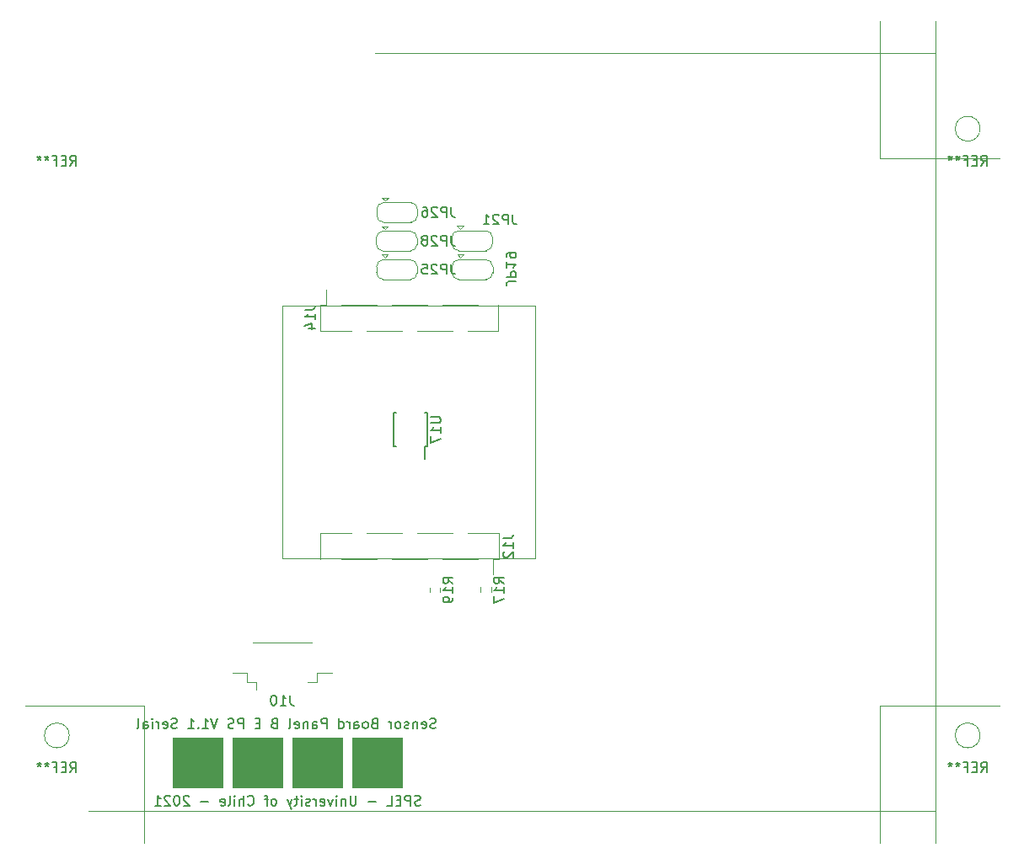
<source format=gbr>
G04 #@! TF.GenerationSoftware,KiCad,Pcbnew,(5.1.2)-2*
G04 #@! TF.CreationDate,2021-12-15T08:56:33-03:00*
G04 #@! TF.ProjectId,MAG_Plus,4d41475f-506c-4757-932e-6b696361645f,rev?*
G04 #@! TF.SameCoordinates,Original*
G04 #@! TF.FileFunction,Legend,Bot*
G04 #@! TF.FilePolarity,Positive*
%FSLAX46Y46*%
G04 Gerber Fmt 4.6, Leading zero omitted, Abs format (unit mm)*
G04 Created by KiCad (PCBNEW (5.1.2)-2) date 2021-12-15 08:56:33*
%MOMM*%
%LPD*%
G04 APERTURE LIST*
%ADD10C,0.100000*%
%ADD11C,0.150000*%
%ADD12C,0.120000*%
G04 APERTURE END LIST*
D10*
G36*
X37900000Y-89050000D02*
G01*
X32900000Y-89050000D01*
X32900000Y-84050000D01*
X37900000Y-84050000D01*
X37900000Y-89050000D01*
G37*
X37900000Y-89050000D02*
X32900000Y-89050000D01*
X32900000Y-84050000D01*
X37900000Y-84050000D01*
X37900000Y-89050000D01*
G36*
X43900000Y-89050000D02*
G01*
X38900000Y-89050000D01*
X38900000Y-84050000D01*
X43900000Y-84050000D01*
X43900000Y-89050000D01*
G37*
X43900000Y-89050000D02*
X38900000Y-89050000D01*
X38900000Y-84050000D01*
X43900000Y-84050000D01*
X43900000Y-89050000D01*
G36*
X31900000Y-89050000D02*
G01*
X26900000Y-89050000D01*
X26900000Y-84050000D01*
X31900000Y-84050000D01*
X31900000Y-89050000D01*
G37*
X31900000Y-89050000D02*
X26900000Y-89050000D01*
X26900000Y-84050000D01*
X31900000Y-84050000D01*
X31900000Y-89050000D01*
G36*
X49900000Y-89050000D02*
G01*
X44900000Y-89050000D01*
X44900000Y-84050000D01*
X49900000Y-84050000D01*
X49900000Y-89050000D01*
G37*
X49900000Y-89050000D02*
X44900000Y-89050000D01*
X44900000Y-84050000D01*
X49900000Y-84050000D01*
X49900000Y-89050000D01*
D11*
X51783333Y-90804761D02*
X51640476Y-90852380D01*
X51402380Y-90852380D01*
X51307142Y-90804761D01*
X51259523Y-90757142D01*
X51211904Y-90661904D01*
X51211904Y-90566666D01*
X51259523Y-90471428D01*
X51307142Y-90423809D01*
X51402380Y-90376190D01*
X51592857Y-90328571D01*
X51688095Y-90280952D01*
X51735714Y-90233333D01*
X51783333Y-90138095D01*
X51783333Y-90042857D01*
X51735714Y-89947619D01*
X51688095Y-89900000D01*
X51592857Y-89852380D01*
X51354761Y-89852380D01*
X51211904Y-89900000D01*
X50783333Y-90852380D02*
X50783333Y-89852380D01*
X50402380Y-89852380D01*
X50307142Y-89900000D01*
X50259523Y-89947619D01*
X50211904Y-90042857D01*
X50211904Y-90185714D01*
X50259523Y-90280952D01*
X50307142Y-90328571D01*
X50402380Y-90376190D01*
X50783333Y-90376190D01*
X49783333Y-90328571D02*
X49450000Y-90328571D01*
X49307142Y-90852380D02*
X49783333Y-90852380D01*
X49783333Y-89852380D01*
X49307142Y-89852380D01*
X48402380Y-90852380D02*
X48878571Y-90852380D01*
X48878571Y-89852380D01*
X47307142Y-90471428D02*
X46545238Y-90471428D01*
X45307142Y-89852380D02*
X45307142Y-90661904D01*
X45259523Y-90757142D01*
X45211904Y-90804761D01*
X45116666Y-90852380D01*
X44926190Y-90852380D01*
X44830952Y-90804761D01*
X44783333Y-90757142D01*
X44735714Y-90661904D01*
X44735714Y-89852380D01*
X44259523Y-90185714D02*
X44259523Y-90852380D01*
X44259523Y-90280952D02*
X44211904Y-90233333D01*
X44116666Y-90185714D01*
X43973809Y-90185714D01*
X43878571Y-90233333D01*
X43830952Y-90328571D01*
X43830952Y-90852380D01*
X43354761Y-90852380D02*
X43354761Y-90185714D01*
X43354761Y-89852380D02*
X43402380Y-89900000D01*
X43354761Y-89947619D01*
X43307142Y-89900000D01*
X43354761Y-89852380D01*
X43354761Y-89947619D01*
X42973809Y-90185714D02*
X42735714Y-90852380D01*
X42497619Y-90185714D01*
X41735714Y-90804761D02*
X41830952Y-90852380D01*
X42021428Y-90852380D01*
X42116666Y-90804761D01*
X42164285Y-90709523D01*
X42164285Y-90328571D01*
X42116666Y-90233333D01*
X42021428Y-90185714D01*
X41830952Y-90185714D01*
X41735714Y-90233333D01*
X41688095Y-90328571D01*
X41688095Y-90423809D01*
X42164285Y-90519047D01*
X41259523Y-90852380D02*
X41259523Y-90185714D01*
X41259523Y-90376190D02*
X41211904Y-90280952D01*
X41164285Y-90233333D01*
X41069047Y-90185714D01*
X40973809Y-90185714D01*
X40688095Y-90804761D02*
X40592857Y-90852380D01*
X40402380Y-90852380D01*
X40307142Y-90804761D01*
X40259523Y-90709523D01*
X40259523Y-90661904D01*
X40307142Y-90566666D01*
X40402380Y-90519047D01*
X40545238Y-90519047D01*
X40640476Y-90471428D01*
X40688095Y-90376190D01*
X40688095Y-90328571D01*
X40640476Y-90233333D01*
X40545238Y-90185714D01*
X40402380Y-90185714D01*
X40307142Y-90233333D01*
X39830952Y-90852380D02*
X39830952Y-90185714D01*
X39830952Y-89852380D02*
X39878571Y-89900000D01*
X39830952Y-89947619D01*
X39783333Y-89900000D01*
X39830952Y-89852380D01*
X39830952Y-89947619D01*
X39497619Y-90185714D02*
X39116666Y-90185714D01*
X39354761Y-89852380D02*
X39354761Y-90709523D01*
X39307142Y-90804761D01*
X39211904Y-90852380D01*
X39116666Y-90852380D01*
X38878571Y-90185714D02*
X38640476Y-90852380D01*
X38402380Y-90185714D02*
X38640476Y-90852380D01*
X38735714Y-91090476D01*
X38783333Y-91138095D01*
X38878571Y-91185714D01*
X37116666Y-90852380D02*
X37211904Y-90804761D01*
X37259523Y-90757142D01*
X37307142Y-90661904D01*
X37307142Y-90376190D01*
X37259523Y-90280952D01*
X37211904Y-90233333D01*
X37116666Y-90185714D01*
X36973809Y-90185714D01*
X36878571Y-90233333D01*
X36830952Y-90280952D01*
X36783333Y-90376190D01*
X36783333Y-90661904D01*
X36830952Y-90757142D01*
X36878571Y-90804761D01*
X36973809Y-90852380D01*
X37116666Y-90852380D01*
X36497619Y-90185714D02*
X36116666Y-90185714D01*
X36354761Y-90852380D02*
X36354761Y-89995238D01*
X36307142Y-89900000D01*
X36211904Y-89852380D01*
X36116666Y-89852380D01*
X34450000Y-90757142D02*
X34497619Y-90804761D01*
X34640476Y-90852380D01*
X34735714Y-90852380D01*
X34878571Y-90804761D01*
X34973809Y-90709523D01*
X35021428Y-90614285D01*
X35069047Y-90423809D01*
X35069047Y-90280952D01*
X35021428Y-90090476D01*
X34973809Y-89995238D01*
X34878571Y-89900000D01*
X34735714Y-89852380D01*
X34640476Y-89852380D01*
X34497619Y-89900000D01*
X34450000Y-89947619D01*
X34021428Y-90852380D02*
X34021428Y-89852380D01*
X33592857Y-90852380D02*
X33592857Y-90328571D01*
X33640476Y-90233333D01*
X33735714Y-90185714D01*
X33878571Y-90185714D01*
X33973809Y-90233333D01*
X34021428Y-90280952D01*
X33116666Y-90852380D02*
X33116666Y-90185714D01*
X33116666Y-89852380D02*
X33164285Y-89900000D01*
X33116666Y-89947619D01*
X33069047Y-89900000D01*
X33116666Y-89852380D01*
X33116666Y-89947619D01*
X32497619Y-90852380D02*
X32592857Y-90804761D01*
X32640476Y-90709523D01*
X32640476Y-89852380D01*
X31735714Y-90804761D02*
X31830952Y-90852380D01*
X32021428Y-90852380D01*
X32116666Y-90804761D01*
X32164285Y-90709523D01*
X32164285Y-90328571D01*
X32116666Y-90233333D01*
X32021428Y-90185714D01*
X31830952Y-90185714D01*
X31735714Y-90233333D01*
X31688095Y-90328571D01*
X31688095Y-90423809D01*
X32164285Y-90519047D01*
X30497619Y-90471428D02*
X29735714Y-90471428D01*
X28545238Y-89947619D02*
X28497619Y-89900000D01*
X28402380Y-89852380D01*
X28164285Y-89852380D01*
X28069047Y-89900000D01*
X28021428Y-89947619D01*
X27973809Y-90042857D01*
X27973809Y-90138095D01*
X28021428Y-90280952D01*
X28592857Y-90852380D01*
X27973809Y-90852380D01*
X27354761Y-89852380D02*
X27259523Y-89852380D01*
X27164285Y-89900000D01*
X27116666Y-89947619D01*
X27069047Y-90042857D01*
X27021428Y-90233333D01*
X27021428Y-90471428D01*
X27069047Y-90661904D01*
X27116666Y-90757142D01*
X27164285Y-90804761D01*
X27259523Y-90852380D01*
X27354761Y-90852380D01*
X27450000Y-90804761D01*
X27497619Y-90757142D01*
X27545238Y-90661904D01*
X27592857Y-90471428D01*
X27592857Y-90233333D01*
X27545238Y-90042857D01*
X27497619Y-89947619D01*
X27450000Y-89900000D01*
X27354761Y-89852380D01*
X26640476Y-89947619D02*
X26592857Y-89900000D01*
X26497619Y-89852380D01*
X26259523Y-89852380D01*
X26164285Y-89900000D01*
X26116666Y-89947619D01*
X26069047Y-90042857D01*
X26069047Y-90138095D01*
X26116666Y-90280952D01*
X26688095Y-90852380D01*
X26069047Y-90852380D01*
X25116666Y-90852380D02*
X25688095Y-90852380D01*
X25402380Y-90852380D02*
X25402380Y-89852380D01*
X25497619Y-89995238D01*
X25592857Y-90090476D01*
X25688095Y-90138095D01*
X53326190Y-83054761D02*
X53183333Y-83102380D01*
X52945238Y-83102380D01*
X52850000Y-83054761D01*
X52802380Y-83007142D01*
X52754761Y-82911904D01*
X52754761Y-82816666D01*
X52802380Y-82721428D01*
X52850000Y-82673809D01*
X52945238Y-82626190D01*
X53135714Y-82578571D01*
X53230952Y-82530952D01*
X53278571Y-82483333D01*
X53326190Y-82388095D01*
X53326190Y-82292857D01*
X53278571Y-82197619D01*
X53230952Y-82150000D01*
X53135714Y-82102380D01*
X52897619Y-82102380D01*
X52754761Y-82150000D01*
X51945238Y-83054761D02*
X52040476Y-83102380D01*
X52230952Y-83102380D01*
X52326190Y-83054761D01*
X52373809Y-82959523D01*
X52373809Y-82578571D01*
X52326190Y-82483333D01*
X52230952Y-82435714D01*
X52040476Y-82435714D01*
X51945238Y-82483333D01*
X51897619Y-82578571D01*
X51897619Y-82673809D01*
X52373809Y-82769047D01*
X51469047Y-82435714D02*
X51469047Y-83102380D01*
X51469047Y-82530952D02*
X51421428Y-82483333D01*
X51326190Y-82435714D01*
X51183333Y-82435714D01*
X51088095Y-82483333D01*
X51040476Y-82578571D01*
X51040476Y-83102380D01*
X50611904Y-83054761D02*
X50516666Y-83102380D01*
X50326190Y-83102380D01*
X50230952Y-83054761D01*
X50183333Y-82959523D01*
X50183333Y-82911904D01*
X50230952Y-82816666D01*
X50326190Y-82769047D01*
X50469047Y-82769047D01*
X50564285Y-82721428D01*
X50611904Y-82626190D01*
X50611904Y-82578571D01*
X50564285Y-82483333D01*
X50469047Y-82435714D01*
X50326190Y-82435714D01*
X50230952Y-82483333D01*
X49611904Y-83102380D02*
X49707142Y-83054761D01*
X49754761Y-83007142D01*
X49802380Y-82911904D01*
X49802380Y-82626190D01*
X49754761Y-82530952D01*
X49707142Y-82483333D01*
X49611904Y-82435714D01*
X49469047Y-82435714D01*
X49373809Y-82483333D01*
X49326190Y-82530952D01*
X49278571Y-82626190D01*
X49278571Y-82911904D01*
X49326190Y-83007142D01*
X49373809Y-83054761D01*
X49469047Y-83102380D01*
X49611904Y-83102380D01*
X48850000Y-83102380D02*
X48850000Y-82435714D01*
X48850000Y-82626190D02*
X48802380Y-82530952D01*
X48754761Y-82483333D01*
X48659523Y-82435714D01*
X48564285Y-82435714D01*
X47135714Y-82578571D02*
X46992857Y-82626190D01*
X46945238Y-82673809D01*
X46897619Y-82769047D01*
X46897619Y-82911904D01*
X46945238Y-83007142D01*
X46992857Y-83054761D01*
X47088095Y-83102380D01*
X47469047Y-83102380D01*
X47469047Y-82102380D01*
X47135714Y-82102380D01*
X47040476Y-82150000D01*
X46992857Y-82197619D01*
X46945238Y-82292857D01*
X46945238Y-82388095D01*
X46992857Y-82483333D01*
X47040476Y-82530952D01*
X47135714Y-82578571D01*
X47469047Y-82578571D01*
X46326190Y-83102380D02*
X46421428Y-83054761D01*
X46469047Y-83007142D01*
X46516666Y-82911904D01*
X46516666Y-82626190D01*
X46469047Y-82530952D01*
X46421428Y-82483333D01*
X46326190Y-82435714D01*
X46183333Y-82435714D01*
X46088095Y-82483333D01*
X46040476Y-82530952D01*
X45992857Y-82626190D01*
X45992857Y-82911904D01*
X46040476Y-83007142D01*
X46088095Y-83054761D01*
X46183333Y-83102380D01*
X46326190Y-83102380D01*
X45135714Y-83102380D02*
X45135714Y-82578571D01*
X45183333Y-82483333D01*
X45278571Y-82435714D01*
X45469047Y-82435714D01*
X45564285Y-82483333D01*
X45135714Y-83054761D02*
X45230952Y-83102380D01*
X45469047Y-83102380D01*
X45564285Y-83054761D01*
X45611904Y-82959523D01*
X45611904Y-82864285D01*
X45564285Y-82769047D01*
X45469047Y-82721428D01*
X45230952Y-82721428D01*
X45135714Y-82673809D01*
X44659523Y-83102380D02*
X44659523Y-82435714D01*
X44659523Y-82626190D02*
X44611904Y-82530952D01*
X44564285Y-82483333D01*
X44469047Y-82435714D01*
X44373809Y-82435714D01*
X43611904Y-83102380D02*
X43611904Y-82102380D01*
X43611904Y-83054761D02*
X43707142Y-83102380D01*
X43897619Y-83102380D01*
X43992857Y-83054761D01*
X44040476Y-83007142D01*
X44088095Y-82911904D01*
X44088095Y-82626190D01*
X44040476Y-82530952D01*
X43992857Y-82483333D01*
X43897619Y-82435714D01*
X43707142Y-82435714D01*
X43611904Y-82483333D01*
X42373809Y-83102380D02*
X42373809Y-82102380D01*
X41992857Y-82102380D01*
X41897619Y-82150000D01*
X41850000Y-82197619D01*
X41802380Y-82292857D01*
X41802380Y-82435714D01*
X41850000Y-82530952D01*
X41897619Y-82578571D01*
X41992857Y-82626190D01*
X42373809Y-82626190D01*
X40945238Y-83102380D02*
X40945238Y-82578571D01*
X40992857Y-82483333D01*
X41088095Y-82435714D01*
X41278571Y-82435714D01*
X41373809Y-82483333D01*
X40945238Y-83054761D02*
X41040476Y-83102380D01*
X41278571Y-83102380D01*
X41373809Y-83054761D01*
X41421428Y-82959523D01*
X41421428Y-82864285D01*
X41373809Y-82769047D01*
X41278571Y-82721428D01*
X41040476Y-82721428D01*
X40945238Y-82673809D01*
X40469047Y-82435714D02*
X40469047Y-83102380D01*
X40469047Y-82530952D02*
X40421428Y-82483333D01*
X40326190Y-82435714D01*
X40183333Y-82435714D01*
X40088095Y-82483333D01*
X40040476Y-82578571D01*
X40040476Y-83102380D01*
X39183333Y-83054761D02*
X39278571Y-83102380D01*
X39469047Y-83102380D01*
X39564285Y-83054761D01*
X39611904Y-82959523D01*
X39611904Y-82578571D01*
X39564285Y-82483333D01*
X39469047Y-82435714D01*
X39278571Y-82435714D01*
X39183333Y-82483333D01*
X39135714Y-82578571D01*
X39135714Y-82673809D01*
X39611904Y-82769047D01*
X38564285Y-83102380D02*
X38659523Y-83054761D01*
X38707142Y-82959523D01*
X38707142Y-82102380D01*
X37088095Y-82578571D02*
X36945238Y-82626190D01*
X36897619Y-82673809D01*
X36850000Y-82769047D01*
X36850000Y-82911904D01*
X36897619Y-83007142D01*
X36945238Y-83054761D01*
X37040476Y-83102380D01*
X37421428Y-83102380D01*
X37421428Y-82102380D01*
X37088095Y-82102380D01*
X36992857Y-82150000D01*
X36945238Y-82197619D01*
X36897619Y-82292857D01*
X36897619Y-82388095D01*
X36945238Y-82483333D01*
X36992857Y-82530952D01*
X37088095Y-82578571D01*
X37421428Y-82578571D01*
X35659523Y-82578571D02*
X35326190Y-82578571D01*
X35183333Y-83102380D02*
X35659523Y-83102380D01*
X35659523Y-82102380D01*
X35183333Y-82102380D01*
X33992857Y-83102380D02*
X33992857Y-82102380D01*
X33611904Y-82102380D01*
X33516666Y-82150000D01*
X33469047Y-82197619D01*
X33421428Y-82292857D01*
X33421428Y-82435714D01*
X33469047Y-82530952D01*
X33516666Y-82578571D01*
X33611904Y-82626190D01*
X33992857Y-82626190D01*
X33040476Y-83054761D02*
X32897619Y-83102380D01*
X32659523Y-83102380D01*
X32564285Y-83054761D01*
X32516666Y-83007142D01*
X32469047Y-82911904D01*
X32469047Y-82816666D01*
X32516666Y-82721428D01*
X32564285Y-82673809D01*
X32659523Y-82626190D01*
X32850000Y-82578571D01*
X32945238Y-82530952D01*
X32992857Y-82483333D01*
X33040476Y-82388095D01*
X33040476Y-82292857D01*
X32992857Y-82197619D01*
X32945238Y-82150000D01*
X32850000Y-82102380D01*
X32611904Y-82102380D01*
X32469047Y-82150000D01*
X31421428Y-82102380D02*
X31088095Y-83102380D01*
X30754761Y-82102380D01*
X29897619Y-83102380D02*
X30469047Y-83102380D01*
X30183333Y-83102380D02*
X30183333Y-82102380D01*
X30278571Y-82245238D01*
X30373809Y-82340476D01*
X30469047Y-82388095D01*
X29469047Y-83007142D02*
X29421428Y-83054761D01*
X29469047Y-83102380D01*
X29516666Y-83054761D01*
X29469047Y-83007142D01*
X29469047Y-83102380D01*
X28469047Y-83102380D02*
X29040476Y-83102380D01*
X28754761Y-83102380D02*
X28754761Y-82102380D01*
X28850000Y-82245238D01*
X28945238Y-82340476D01*
X29040476Y-82388095D01*
X27326190Y-83054761D02*
X27183333Y-83102380D01*
X26945238Y-83102380D01*
X26850000Y-83054761D01*
X26802380Y-83007142D01*
X26754761Y-82911904D01*
X26754761Y-82816666D01*
X26802380Y-82721428D01*
X26850000Y-82673809D01*
X26945238Y-82626190D01*
X27135714Y-82578571D01*
X27230952Y-82530952D01*
X27278571Y-82483333D01*
X27326190Y-82388095D01*
X27326190Y-82292857D01*
X27278571Y-82197619D01*
X27230952Y-82150000D01*
X27135714Y-82102380D01*
X26897619Y-82102380D01*
X26754761Y-82150000D01*
X25945238Y-83054761D02*
X26040476Y-83102380D01*
X26230952Y-83102380D01*
X26326190Y-83054761D01*
X26373809Y-82959523D01*
X26373809Y-82578571D01*
X26326190Y-82483333D01*
X26230952Y-82435714D01*
X26040476Y-82435714D01*
X25945238Y-82483333D01*
X25897619Y-82578571D01*
X25897619Y-82673809D01*
X26373809Y-82769047D01*
X25469047Y-83102380D02*
X25469047Y-82435714D01*
X25469047Y-82626190D02*
X25421428Y-82530952D01*
X25373809Y-82483333D01*
X25278571Y-82435714D01*
X25183333Y-82435714D01*
X24850000Y-83102380D02*
X24850000Y-82435714D01*
X24850000Y-82102380D02*
X24897619Y-82150000D01*
X24850000Y-82197619D01*
X24802380Y-82150000D01*
X24850000Y-82102380D01*
X24850000Y-82197619D01*
X23945238Y-83102380D02*
X23945238Y-82578571D01*
X23992857Y-82483333D01*
X24088095Y-82435714D01*
X24278571Y-82435714D01*
X24373809Y-82483333D01*
X23945238Y-83054761D02*
X24040476Y-83102380D01*
X24278571Y-83102380D01*
X24373809Y-83054761D01*
X24421428Y-82959523D01*
X24421428Y-82864285D01*
X24373809Y-82769047D01*
X24278571Y-82721428D01*
X24040476Y-82721428D01*
X23945238Y-82673809D01*
X23326190Y-83102380D02*
X23421428Y-83054761D01*
X23469047Y-82959523D01*
X23469047Y-82102380D01*
D12*
X63350000Y-40570000D02*
X63350000Y-65970000D01*
X37950000Y-40570000D02*
X37950000Y-65970000D01*
X37950000Y-65970000D02*
X63350000Y-65970000D01*
X37950000Y-40570000D02*
X63350000Y-40570000D01*
X47190000Y-15200000D02*
X103560000Y-15200000D01*
X97960000Y-94600000D02*
X97960000Y-80800000D01*
X97960000Y-25800000D02*
X97960000Y-12000000D01*
X103560000Y-91400000D02*
X18460000Y-91400000D01*
X109960000Y-80800000D02*
X97960000Y-80800000D01*
X24060000Y-94600000D02*
X24060000Y-80800000D01*
X109960000Y-25800000D02*
X97960000Y-25800000D01*
X97960000Y-25800000D02*
X97960000Y-12000000D01*
X12060000Y-80800000D02*
X24060000Y-80800000D01*
X109960000Y-25800000D02*
X97960000Y-25800000D01*
X97960000Y-80800000D02*
X109960000Y-80800000D01*
X108010000Y-83800000D02*
G75*
G03X108010000Y-83800000I-1250000J0D01*
G01*
X103560000Y-94600000D02*
X103560000Y-12000000D01*
X16510000Y-83800000D02*
G75*
G03X16510000Y-83800000I-1250000J0D01*
G01*
X108010000Y-22800000D02*
G75*
G03X108010000Y-22800000I-1250000J0D01*
G01*
X35325000Y-78445000D02*
X35325000Y-79195000D01*
X34925000Y-74445000D02*
X40875000Y-74445000D01*
X34375000Y-77545000D02*
X32875000Y-77545000D01*
X34375000Y-78445000D02*
X34375000Y-77545000D01*
X35325000Y-78445000D02*
X34375000Y-78445000D01*
X41425000Y-77545000D02*
X42925000Y-77545000D01*
X41425000Y-78445000D02*
X41425000Y-77545000D01*
X40475000Y-78445000D02*
X41425000Y-78445000D01*
X59660000Y-66110000D02*
X59660000Y-63450000D01*
X41760000Y-66110000D02*
X41760000Y-63450000D01*
X59660000Y-63450000D02*
X56550000Y-63450000D01*
X59090000Y-66110000D02*
X59090000Y-67630000D01*
X59660000Y-66110000D02*
X59090000Y-66110000D01*
X42330000Y-63450000D02*
X41760000Y-63450000D01*
X55030000Y-63450000D02*
X51470000Y-63450000D01*
X49950000Y-63450000D02*
X46390000Y-63450000D01*
X44870000Y-63450000D02*
X41760000Y-63450000D01*
X57570000Y-66110000D02*
X54010000Y-66110000D01*
X52490000Y-66110000D02*
X48930000Y-66110000D01*
X47410000Y-66110000D02*
X43850000Y-66110000D01*
X53970000Y-40470000D02*
X57530000Y-40470000D01*
X48890000Y-40470000D02*
X52450000Y-40470000D01*
X43810000Y-40470000D02*
X47370000Y-40470000D01*
X56510000Y-43130000D02*
X59620000Y-43130000D01*
X51430000Y-43130000D02*
X54990000Y-43130000D01*
X46350000Y-43130000D02*
X49910000Y-43130000D01*
X59050000Y-43130000D02*
X59620000Y-43130000D01*
X41720000Y-40470000D02*
X42290000Y-40470000D01*
X42290000Y-40470000D02*
X42290000Y-38950000D01*
X41720000Y-43130000D02*
X44830000Y-43130000D01*
X59620000Y-40470000D02*
X59620000Y-43130000D01*
X41720000Y-40470000D02*
X41720000Y-43130000D01*
X54950000Y-37260000D02*
G75*
G03X55650000Y-37960000I700000J0D01*
G01*
X55650000Y-35960000D02*
G75*
G03X54950000Y-36660000I0J-700000D01*
G01*
X59050000Y-36660000D02*
G75*
G03X58350000Y-35960000I-700000J0D01*
G01*
X58350000Y-37960000D02*
G75*
G03X59050000Y-37260000I0J700000D01*
G01*
X55600000Y-37960000D02*
X58400000Y-37960000D01*
X59050000Y-37260000D02*
X59050000Y-36660000D01*
X58400000Y-35960000D02*
X55600000Y-35960000D01*
X54950000Y-36660000D02*
X54950000Y-37260000D01*
X55800000Y-35760000D02*
X55500000Y-35460000D01*
X55500000Y-35460000D02*
X56100000Y-35460000D01*
X55800000Y-35760000D02*
X56100000Y-35460000D01*
X55780000Y-32860000D02*
X56080000Y-32560000D01*
X55480000Y-32560000D02*
X56080000Y-32560000D01*
X55780000Y-32860000D02*
X55480000Y-32560000D01*
X54930000Y-33760000D02*
X54930000Y-34360000D01*
X58380000Y-33060000D02*
X55580000Y-33060000D01*
X59030000Y-34360000D02*
X59030000Y-33760000D01*
X55580000Y-35060000D02*
X58380000Y-35060000D01*
X58330000Y-35060000D02*
G75*
G03X59030000Y-34360000I0J700000D01*
G01*
X59030000Y-33760000D02*
G75*
G03X58330000Y-33060000I-700000J0D01*
G01*
X55630000Y-33060000D02*
G75*
G03X54930000Y-33760000I0J-700000D01*
G01*
X54930000Y-34360000D02*
G75*
G03X55630000Y-35060000I700000J0D01*
G01*
X57830000Y-69410000D02*
X57830000Y-68910000D01*
X58890000Y-68910000D02*
X58890000Y-69410000D01*
X53770000Y-68920000D02*
X53770000Y-69420000D01*
X52710000Y-69420000D02*
X52710000Y-68920000D01*
X47370000Y-37270000D02*
G75*
G03X48070000Y-37970000I700000J0D01*
G01*
X48070000Y-35970000D02*
G75*
G03X47370000Y-36670000I0J-700000D01*
G01*
X51470000Y-36670000D02*
G75*
G03X50770000Y-35970000I-700000J0D01*
G01*
X50770000Y-37970000D02*
G75*
G03X51470000Y-37270000I0J700000D01*
G01*
X48020000Y-37970000D02*
X50820000Y-37970000D01*
X51470000Y-37270000D02*
X51470000Y-36670000D01*
X50820000Y-35970000D02*
X48020000Y-35970000D01*
X47370000Y-36670000D02*
X47370000Y-37270000D01*
X48220000Y-35770000D02*
X47920000Y-35470000D01*
X47920000Y-35470000D02*
X48520000Y-35470000D01*
X48220000Y-35770000D02*
X48520000Y-35470000D01*
X48240000Y-30020000D02*
X48540000Y-29720000D01*
X47940000Y-29720000D02*
X48540000Y-29720000D01*
X48240000Y-30020000D02*
X47940000Y-29720000D01*
X47390000Y-30920000D02*
X47390000Y-31520000D01*
X50840000Y-30220000D02*
X48040000Y-30220000D01*
X51490000Y-31520000D02*
X51490000Y-30920000D01*
X48040000Y-32220000D02*
X50840000Y-32220000D01*
X50790000Y-32220000D02*
G75*
G03X51490000Y-31520000I0J700000D01*
G01*
X51490000Y-30920000D02*
G75*
G03X50790000Y-30220000I-700000J0D01*
G01*
X48090000Y-30220000D02*
G75*
G03X47390000Y-30920000I0J-700000D01*
G01*
X47390000Y-31520000D02*
G75*
G03X48090000Y-32220000I700000J0D01*
G01*
X47350000Y-34400000D02*
G75*
G03X48050000Y-35100000I700000J0D01*
G01*
X48050000Y-33100000D02*
G75*
G03X47350000Y-33800000I0J-700000D01*
G01*
X51450000Y-33800000D02*
G75*
G03X50750000Y-33100000I-700000J0D01*
G01*
X50750000Y-35100000D02*
G75*
G03X51450000Y-34400000I0J700000D01*
G01*
X48000000Y-35100000D02*
X50800000Y-35100000D01*
X51450000Y-34400000D02*
X51450000Y-33800000D01*
X50800000Y-33100000D02*
X48000000Y-33100000D01*
X47350000Y-33800000D02*
X47350000Y-34400000D01*
X48200000Y-32900000D02*
X47900000Y-32600000D01*
X47900000Y-32600000D02*
X48500000Y-32600000D01*
X48200000Y-32900000D02*
X48500000Y-32600000D01*
D11*
X52260000Y-54725000D02*
X52260000Y-55975000D01*
X49085000Y-54725000D02*
X49085000Y-51375000D01*
X52435000Y-54725000D02*
X52435000Y-51375000D01*
X49085000Y-54725000D02*
X49335000Y-54725000D01*
X49085000Y-51375000D02*
X49335000Y-51375000D01*
X52435000Y-51375000D02*
X52185000Y-51375000D01*
X52435000Y-54725000D02*
X52260000Y-54725000D01*
X16593333Y-26502380D02*
X16926666Y-26026190D01*
X17164761Y-26502380D02*
X17164761Y-25502380D01*
X16783809Y-25502380D01*
X16688571Y-25550000D01*
X16640952Y-25597619D01*
X16593333Y-25692857D01*
X16593333Y-25835714D01*
X16640952Y-25930952D01*
X16688571Y-25978571D01*
X16783809Y-26026190D01*
X17164761Y-26026190D01*
X16164761Y-25978571D02*
X15831428Y-25978571D01*
X15688571Y-26502380D02*
X16164761Y-26502380D01*
X16164761Y-25502380D01*
X15688571Y-25502380D01*
X14926666Y-25978571D02*
X15260000Y-25978571D01*
X15260000Y-26502380D02*
X15260000Y-25502380D01*
X14783809Y-25502380D01*
X14260000Y-25502380D02*
X14260000Y-25740476D01*
X14498095Y-25645238D02*
X14260000Y-25740476D01*
X14021904Y-25645238D01*
X14402857Y-25930952D02*
X14260000Y-25740476D01*
X14117142Y-25930952D01*
X13498095Y-25502380D02*
X13498095Y-25740476D01*
X13736190Y-25645238D02*
X13498095Y-25740476D01*
X13260000Y-25645238D01*
X13640952Y-25930952D02*
X13498095Y-25740476D01*
X13355238Y-25930952D01*
X108093333Y-87502380D02*
X108426666Y-87026190D01*
X108664761Y-87502380D02*
X108664761Y-86502380D01*
X108283809Y-86502380D01*
X108188571Y-86550000D01*
X108140952Y-86597619D01*
X108093333Y-86692857D01*
X108093333Y-86835714D01*
X108140952Y-86930952D01*
X108188571Y-86978571D01*
X108283809Y-87026190D01*
X108664761Y-87026190D01*
X107664761Y-86978571D02*
X107331428Y-86978571D01*
X107188571Y-87502380D02*
X107664761Y-87502380D01*
X107664761Y-86502380D01*
X107188571Y-86502380D01*
X106426666Y-86978571D02*
X106760000Y-86978571D01*
X106760000Y-87502380D02*
X106760000Y-86502380D01*
X106283809Y-86502380D01*
X105760000Y-86502380D02*
X105760000Y-86740476D01*
X105998095Y-86645238D02*
X105760000Y-86740476D01*
X105521904Y-86645238D01*
X105902857Y-86930952D02*
X105760000Y-86740476D01*
X105617142Y-86930952D01*
X104998095Y-86502380D02*
X104998095Y-86740476D01*
X105236190Y-86645238D02*
X104998095Y-86740476D01*
X104760000Y-86645238D01*
X105140952Y-86930952D02*
X104998095Y-86740476D01*
X104855238Y-86930952D01*
X16593333Y-87512380D02*
X16926666Y-87036190D01*
X17164761Y-87512380D02*
X17164761Y-86512380D01*
X16783809Y-86512380D01*
X16688571Y-86560000D01*
X16640952Y-86607619D01*
X16593333Y-86702857D01*
X16593333Y-86845714D01*
X16640952Y-86940952D01*
X16688571Y-86988571D01*
X16783809Y-87036190D01*
X17164761Y-87036190D01*
X16164761Y-86988571D02*
X15831428Y-86988571D01*
X15688571Y-87512380D02*
X16164761Y-87512380D01*
X16164761Y-86512380D01*
X15688571Y-86512380D01*
X14926666Y-86988571D02*
X15260000Y-86988571D01*
X15260000Y-87512380D02*
X15260000Y-86512380D01*
X14783809Y-86512380D01*
X14260000Y-86512380D02*
X14260000Y-86750476D01*
X14498095Y-86655238D02*
X14260000Y-86750476D01*
X14021904Y-86655238D01*
X14402857Y-86940952D02*
X14260000Y-86750476D01*
X14117142Y-86940952D01*
X13498095Y-86512380D02*
X13498095Y-86750476D01*
X13736190Y-86655238D02*
X13498095Y-86750476D01*
X13260000Y-86655238D01*
X13640952Y-86940952D02*
X13498095Y-86750476D01*
X13355238Y-86940952D01*
X108093333Y-26502380D02*
X108426666Y-26026190D01*
X108664761Y-26502380D02*
X108664761Y-25502380D01*
X108283809Y-25502380D01*
X108188571Y-25550000D01*
X108140952Y-25597619D01*
X108093333Y-25692857D01*
X108093333Y-25835714D01*
X108140952Y-25930952D01*
X108188571Y-25978571D01*
X108283809Y-26026190D01*
X108664761Y-26026190D01*
X107664761Y-25978571D02*
X107331428Y-25978571D01*
X107188571Y-26502380D02*
X107664761Y-26502380D01*
X107664761Y-25502380D01*
X107188571Y-25502380D01*
X106426666Y-25978571D02*
X106760000Y-25978571D01*
X106760000Y-26502380D02*
X106760000Y-25502380D01*
X106283809Y-25502380D01*
X105760000Y-25502380D02*
X105760000Y-25740476D01*
X105998095Y-25645238D02*
X105760000Y-25740476D01*
X105521904Y-25645238D01*
X105902857Y-25930952D02*
X105760000Y-25740476D01*
X105617142Y-25930952D01*
X104998095Y-25502380D02*
X104998095Y-25740476D01*
X105236190Y-25645238D02*
X104998095Y-25740476D01*
X104760000Y-25645238D01*
X105140952Y-25930952D02*
X104998095Y-25740476D01*
X104855238Y-25930952D01*
X38709523Y-79772380D02*
X38709523Y-80486666D01*
X38757142Y-80629523D01*
X38852380Y-80724761D01*
X38995238Y-80772380D01*
X39090476Y-80772380D01*
X37709523Y-80772380D02*
X38280952Y-80772380D01*
X37995238Y-80772380D02*
X37995238Y-79772380D01*
X38090476Y-79915238D01*
X38185714Y-80010476D01*
X38280952Y-80058095D01*
X37090476Y-79772380D02*
X36995238Y-79772380D01*
X36900000Y-79820000D01*
X36852380Y-79867619D01*
X36804761Y-79962857D01*
X36757142Y-80153333D01*
X36757142Y-80391428D01*
X36804761Y-80581904D01*
X36852380Y-80677142D01*
X36900000Y-80724761D01*
X36995238Y-80772380D01*
X37090476Y-80772380D01*
X37185714Y-80724761D01*
X37233333Y-80677142D01*
X37280952Y-80581904D01*
X37328571Y-80391428D01*
X37328571Y-80153333D01*
X37280952Y-79962857D01*
X37233333Y-79867619D01*
X37185714Y-79820000D01*
X37090476Y-79772380D01*
X60112380Y-63970476D02*
X60826666Y-63970476D01*
X60969523Y-63922857D01*
X61064761Y-63827619D01*
X61112380Y-63684761D01*
X61112380Y-63589523D01*
X61112380Y-64970476D02*
X61112380Y-64399047D01*
X61112380Y-64684761D02*
X60112380Y-64684761D01*
X60255238Y-64589523D01*
X60350476Y-64494285D01*
X60398095Y-64399047D01*
X60207619Y-65351428D02*
X60160000Y-65399047D01*
X60112380Y-65494285D01*
X60112380Y-65732380D01*
X60160000Y-65827619D01*
X60207619Y-65875238D01*
X60302857Y-65922857D01*
X60398095Y-65922857D01*
X60540952Y-65875238D01*
X61112380Y-65303809D01*
X61112380Y-65922857D01*
X40172380Y-40990476D02*
X40886666Y-40990476D01*
X41029523Y-40942857D01*
X41124761Y-40847619D01*
X41172380Y-40704761D01*
X41172380Y-40609523D01*
X41172380Y-41990476D02*
X41172380Y-41419047D01*
X41172380Y-41704761D02*
X40172380Y-41704761D01*
X40315238Y-41609523D01*
X40410476Y-41514285D01*
X40458095Y-41419047D01*
X40505714Y-42847619D02*
X41172380Y-42847619D01*
X40124761Y-42609523D02*
X40839047Y-42371428D01*
X40839047Y-42990476D01*
X61397619Y-38179523D02*
X60683333Y-38179523D01*
X60540476Y-38227142D01*
X60445238Y-38322380D01*
X60397619Y-38465238D01*
X60397619Y-38560476D01*
X60397619Y-37703333D02*
X61397619Y-37703333D01*
X61397619Y-37322380D01*
X61350000Y-37227142D01*
X61302380Y-37179523D01*
X61207142Y-37131904D01*
X61064285Y-37131904D01*
X60969047Y-37179523D01*
X60921428Y-37227142D01*
X60873809Y-37322380D01*
X60873809Y-37703333D01*
X60397619Y-36179523D02*
X60397619Y-36750952D01*
X60397619Y-36465238D02*
X61397619Y-36465238D01*
X61254761Y-36560476D01*
X61159523Y-36655714D01*
X61111904Y-36750952D01*
X60397619Y-35703333D02*
X60397619Y-35512857D01*
X60445238Y-35417619D01*
X60492857Y-35370000D01*
X60635714Y-35274761D01*
X60826190Y-35227142D01*
X61207142Y-35227142D01*
X61302380Y-35274761D01*
X61350000Y-35322380D01*
X61397619Y-35417619D01*
X61397619Y-35608095D01*
X61350000Y-35703333D01*
X61302380Y-35750952D01*
X61207142Y-35798571D01*
X60969047Y-35798571D01*
X60873809Y-35750952D01*
X60826190Y-35703333D01*
X60778571Y-35608095D01*
X60778571Y-35417619D01*
X60826190Y-35322380D01*
X60873809Y-35274761D01*
X60969047Y-35227142D01*
X61059523Y-31422380D02*
X61059523Y-32136666D01*
X61107142Y-32279523D01*
X61202380Y-32374761D01*
X61345238Y-32422380D01*
X61440476Y-32422380D01*
X60583333Y-32422380D02*
X60583333Y-31422380D01*
X60202380Y-31422380D01*
X60107142Y-31470000D01*
X60059523Y-31517619D01*
X60011904Y-31612857D01*
X60011904Y-31755714D01*
X60059523Y-31850952D01*
X60107142Y-31898571D01*
X60202380Y-31946190D01*
X60583333Y-31946190D01*
X59630952Y-31517619D02*
X59583333Y-31470000D01*
X59488095Y-31422380D01*
X59250000Y-31422380D01*
X59154761Y-31470000D01*
X59107142Y-31517619D01*
X59059523Y-31612857D01*
X59059523Y-31708095D01*
X59107142Y-31850952D01*
X59678571Y-32422380D01*
X59059523Y-32422380D01*
X58107142Y-32422380D02*
X58678571Y-32422380D01*
X58392857Y-32422380D02*
X58392857Y-31422380D01*
X58488095Y-31565238D01*
X58583333Y-31660476D01*
X58678571Y-31708095D01*
X60162380Y-68517142D02*
X59686190Y-68183809D01*
X60162380Y-67945714D02*
X59162380Y-67945714D01*
X59162380Y-68326666D01*
X59210000Y-68421904D01*
X59257619Y-68469523D01*
X59352857Y-68517142D01*
X59495714Y-68517142D01*
X59590952Y-68469523D01*
X59638571Y-68421904D01*
X59686190Y-68326666D01*
X59686190Y-67945714D01*
X60162380Y-69469523D02*
X60162380Y-68898095D01*
X60162380Y-69183809D02*
X59162380Y-69183809D01*
X59305238Y-69088571D01*
X59400476Y-68993333D01*
X59448095Y-68898095D01*
X59162380Y-69802857D02*
X59162380Y-70469523D01*
X60162380Y-70040952D01*
X55042380Y-68527142D02*
X54566190Y-68193809D01*
X55042380Y-67955714D02*
X54042380Y-67955714D01*
X54042380Y-68336666D01*
X54090000Y-68431904D01*
X54137619Y-68479523D01*
X54232857Y-68527142D01*
X54375714Y-68527142D01*
X54470952Y-68479523D01*
X54518571Y-68431904D01*
X54566190Y-68336666D01*
X54566190Y-67955714D01*
X55042380Y-69479523D02*
X55042380Y-68908095D01*
X55042380Y-69193809D02*
X54042380Y-69193809D01*
X54185238Y-69098571D01*
X54280476Y-69003333D01*
X54328095Y-68908095D01*
X55042380Y-69955714D02*
X55042380Y-70146190D01*
X54994761Y-70241428D01*
X54947142Y-70289047D01*
X54804285Y-70384285D01*
X54613809Y-70431904D01*
X54232857Y-70431904D01*
X54137619Y-70384285D01*
X54090000Y-70336666D01*
X54042380Y-70241428D01*
X54042380Y-70050952D01*
X54090000Y-69955714D01*
X54137619Y-69908095D01*
X54232857Y-69860476D01*
X54470952Y-69860476D01*
X54566190Y-69908095D01*
X54613809Y-69955714D01*
X54661428Y-70050952D01*
X54661428Y-70241428D01*
X54613809Y-70336666D01*
X54566190Y-70384285D01*
X54470952Y-70431904D01*
X54869523Y-36412380D02*
X54869523Y-37126666D01*
X54917142Y-37269523D01*
X55012380Y-37364761D01*
X55155238Y-37412380D01*
X55250476Y-37412380D01*
X54393333Y-37412380D02*
X54393333Y-36412380D01*
X54012380Y-36412380D01*
X53917142Y-36460000D01*
X53869523Y-36507619D01*
X53821904Y-36602857D01*
X53821904Y-36745714D01*
X53869523Y-36840952D01*
X53917142Y-36888571D01*
X54012380Y-36936190D01*
X54393333Y-36936190D01*
X53440952Y-36507619D02*
X53393333Y-36460000D01*
X53298095Y-36412380D01*
X53060000Y-36412380D01*
X52964761Y-36460000D01*
X52917142Y-36507619D01*
X52869523Y-36602857D01*
X52869523Y-36698095D01*
X52917142Y-36840952D01*
X53488571Y-37412380D01*
X52869523Y-37412380D01*
X51964761Y-36412380D02*
X52440952Y-36412380D01*
X52488571Y-36888571D01*
X52440952Y-36840952D01*
X52345714Y-36793333D01*
X52107619Y-36793333D01*
X52012380Y-36840952D01*
X51964761Y-36888571D01*
X51917142Y-36983809D01*
X51917142Y-37221904D01*
X51964761Y-37317142D01*
X52012380Y-37364761D01*
X52107619Y-37412380D01*
X52345714Y-37412380D01*
X52440952Y-37364761D01*
X52488571Y-37317142D01*
X54879523Y-30662380D02*
X54879523Y-31376666D01*
X54927142Y-31519523D01*
X55022380Y-31614761D01*
X55165238Y-31662380D01*
X55260476Y-31662380D01*
X54403333Y-31662380D02*
X54403333Y-30662380D01*
X54022380Y-30662380D01*
X53927142Y-30710000D01*
X53879523Y-30757619D01*
X53831904Y-30852857D01*
X53831904Y-30995714D01*
X53879523Y-31090952D01*
X53927142Y-31138571D01*
X54022380Y-31186190D01*
X54403333Y-31186190D01*
X53450952Y-30757619D02*
X53403333Y-30710000D01*
X53308095Y-30662380D01*
X53070000Y-30662380D01*
X52974761Y-30710000D01*
X52927142Y-30757619D01*
X52879523Y-30852857D01*
X52879523Y-30948095D01*
X52927142Y-31090952D01*
X53498571Y-31662380D01*
X52879523Y-31662380D01*
X52022380Y-30662380D02*
X52212857Y-30662380D01*
X52308095Y-30710000D01*
X52355714Y-30757619D01*
X52450952Y-30900476D01*
X52498571Y-31090952D01*
X52498571Y-31471904D01*
X52450952Y-31567142D01*
X52403333Y-31614761D01*
X52308095Y-31662380D01*
X52117619Y-31662380D01*
X52022380Y-31614761D01*
X51974761Y-31567142D01*
X51927142Y-31471904D01*
X51927142Y-31233809D01*
X51974761Y-31138571D01*
X52022380Y-31090952D01*
X52117619Y-31043333D01*
X52308095Y-31043333D01*
X52403333Y-31090952D01*
X52450952Y-31138571D01*
X52498571Y-31233809D01*
X54869523Y-33542380D02*
X54869523Y-34256666D01*
X54917142Y-34399523D01*
X55012380Y-34494761D01*
X55155238Y-34542380D01*
X55250476Y-34542380D01*
X54393333Y-34542380D02*
X54393333Y-33542380D01*
X54012380Y-33542380D01*
X53917142Y-33590000D01*
X53869523Y-33637619D01*
X53821904Y-33732857D01*
X53821904Y-33875714D01*
X53869523Y-33970952D01*
X53917142Y-34018571D01*
X54012380Y-34066190D01*
X54393333Y-34066190D01*
X53440952Y-33637619D02*
X53393333Y-33590000D01*
X53298095Y-33542380D01*
X53060000Y-33542380D01*
X52964761Y-33590000D01*
X52917142Y-33637619D01*
X52869523Y-33732857D01*
X52869523Y-33828095D01*
X52917142Y-33970952D01*
X53488571Y-34542380D01*
X52869523Y-34542380D01*
X52298095Y-33970952D02*
X52393333Y-33923333D01*
X52440952Y-33875714D01*
X52488571Y-33780476D01*
X52488571Y-33732857D01*
X52440952Y-33637619D01*
X52393333Y-33590000D01*
X52298095Y-33542380D01*
X52107619Y-33542380D01*
X52012380Y-33590000D01*
X51964761Y-33637619D01*
X51917142Y-33732857D01*
X51917142Y-33780476D01*
X51964761Y-33875714D01*
X52012380Y-33923333D01*
X52107619Y-33970952D01*
X52298095Y-33970952D01*
X52393333Y-34018571D01*
X52440952Y-34066190D01*
X52488571Y-34161428D01*
X52488571Y-34351904D01*
X52440952Y-34447142D01*
X52393333Y-34494761D01*
X52298095Y-34542380D01*
X52107619Y-34542380D01*
X52012380Y-34494761D01*
X51964761Y-34447142D01*
X51917142Y-34351904D01*
X51917142Y-34161428D01*
X51964761Y-34066190D01*
X52012380Y-34018571D01*
X52107619Y-33970952D01*
X52812380Y-51811904D02*
X53621904Y-51811904D01*
X53717142Y-51859523D01*
X53764761Y-51907142D01*
X53812380Y-52002380D01*
X53812380Y-52192857D01*
X53764761Y-52288095D01*
X53717142Y-52335714D01*
X53621904Y-52383333D01*
X52812380Y-52383333D01*
X53812380Y-53383333D02*
X53812380Y-52811904D01*
X53812380Y-53097619D02*
X52812380Y-53097619D01*
X52955238Y-53002380D01*
X53050476Y-52907142D01*
X53098095Y-52811904D01*
X52812380Y-53716666D02*
X52812380Y-54383333D01*
X53812380Y-53954761D01*
M02*

</source>
